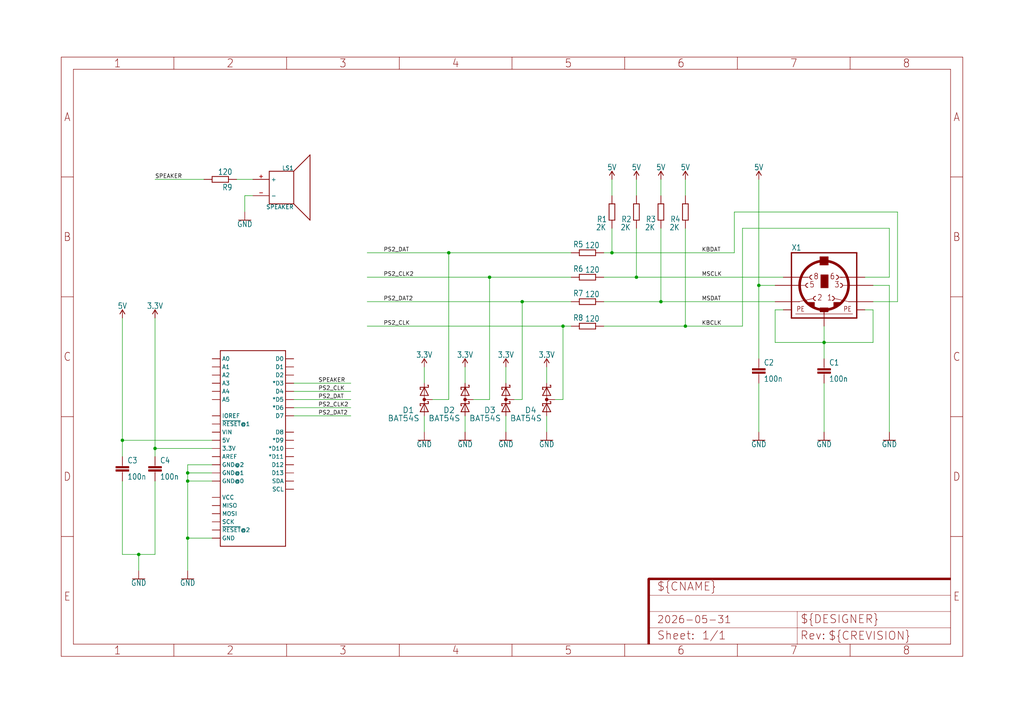
<source format=kicad_sch>
(kicad_sch (version 20230121) (generator eeschema)
  (paper "User" 318.77 224.942)
  (lib_symbols
    (symbol "HAN_DE10-Lite_PS2SpeakerShield_001-eagle-import:3.3V" (power)
      (property "Value" "3.3V" (at 0 2.794 0))
      (symbol "3.3V_1_0"
        (polyline (pts (xy 0 2.54) (xy -0.762 1.27)) (stroke (width 0.254)))
        (polyline (pts (xy 0.762 1.27) (xy 0 2.54)) (stroke (width 0.254)))
        (pin power_in line (at 0 0 90) (length 2.54) (name "3.3V") (number "1"))
      )
    )
    (symbol "HAN_DE10-Lite_PS2SpeakerShield_001-eagle-import:5V" (power)
      (property "Value" "5V" (at 0 2.794 0))
      (symbol "5V_1_0"
        (polyline (pts (xy 0 2.54) (xy -0.762 1.27)) (stroke (width 0.254)))
        (polyline (pts (xy 0.762 1.27) (xy 0 2.54)) (stroke (width 0.254)))
        (pin power_in line (at 0 0 90) (length 2.54) (name "5V") (number "1"))
      )
    )
    (symbol "HAN_DE10-Lite_PS2SpeakerShield_001-eagle-import:ARDUINO_UNO_R3_SHIELD_ICSP"
      (symbol "ARDUINO_UNO_R3_SHIELD_ICSP_1_0"
        (polyline (pts (xy -10.16 -30.48) (xy -10.16 30.48)) (stroke (width 0.254)))
        (polyline (pts (xy -10.16 30.48) (xy 10.16 30.48)) (stroke (width 0.254)))
        (polyline (pts (xy 10.16 -30.48) (xy -10.16 -30.48)) (stroke (width 0.254)))
        (polyline (pts (xy 10.16 30.48) (xy 10.16 -30.48)) (stroke (width 0.254)))
        (pin bidirectional line (at -12.7 0 0) (length 2.54) (name "3.3V") (number "3.3V"))
        (pin bidirectional line (at -12.7 2.54 0) (length 2.54) (name "5V") (number "5V"))
        (pin bidirectional line (at -12.7 -15.24 0) (length 2.54) (name "VCC") (number "5V_ICSP"))
        (pin bidirectional line (at -12.7 27.94 0) (length 2.54) (name "A0") (number "A0"))
        (pin bidirectional line (at -12.7 25.4 0) (length 2.54) (name "A1") (number "A1"))
        (pin bidirectional line (at -12.7 22.86 0) (length 2.54) (name "A2") (number "A2"))
        (pin bidirectional line (at -12.7 20.32 0) (length 2.54) (name "A3") (number "A3"))
        (pin bidirectional line (at -12.7 17.78 0) (length 2.54) (name "A4") (number "A4"))
        (pin bidirectional line (at -12.7 15.24 0) (length 2.54) (name "A5") (number "A5"))
        (pin bidirectional line (at -12.7 -2.54 0) (length 2.54) (name "AREF") (number "AREF"))
        (pin bidirectional line (at 12.7 0 180) (length 2.54) (name "*D10") (number "D10"))
        (pin bidirectional line (at 12.7 -2.54 180) (length 2.54) (name "*D11") (number "D11"))
        (pin bidirectional line (at 12.7 -5.08 180) (length 2.54) (name "D12") (number "D12"))
        (pin bidirectional line (at 12.7 -7.62 180) (length 2.54) (name "D13") (number "D13"))
        (pin bidirectional line (at 12.7 22.86 180) (length 2.54) (name "D2") (number "D2"))
        (pin bidirectional line (at 12.7 20.32 180) (length 2.54) (name "*D3") (number "D3"))
        (pin bidirectional line (at 12.7 17.78 180) (length 2.54) (name "D4") (number "D4"))
        (pin bidirectional line (at 12.7 15.24 180) (length 2.54) (name "*D5") (number "D5"))
        (pin bidirectional line (at 12.7 12.7 180) (length 2.54) (name "*D6") (number "D6"))
        (pin bidirectional line (at 12.7 10.16 180) (length 2.54) (name "D7") (number "D7"))
        (pin bidirectional line (at 12.7 5.08 180) (length 2.54) (name "D8") (number "D8"))
        (pin bidirectional line (at 12.7 2.54 180) (length 2.54) (name "*D9") (number "D9"))
        (pin bidirectional line (at -12.7 -10.16 0) (length 2.54) (name "GND@0") (number "GND@0"))
        (pin bidirectional line (at -12.7 -7.62 0) (length 2.54) (name "GND@1") (number "GND@1"))
        (pin bidirectional line (at -12.7 -5.08 0) (length 2.54) (name "GND@2") (number "GND@2"))
        (pin bidirectional line (at -12.7 -27.94 0) (length 2.54) (name "GND") (number "GND_ICSP"))
        (pin bidirectional line (at -12.7 10.16 0) (length 2.54) (name "IOREF") (number "IOREF"))
        (pin bidirectional line (at -12.7 -17.78 0) (length 2.54) (name "MISO") (number "MISO"))
        (pin bidirectional line (at -12.7 -20.32 0) (length 2.54) (name "MOSI") (number "MOSI"))
        (pin bidirectional line (at -12.7 7.62 0) (length 2.54) (name "~{RESET}@1") (number "RES"))
        (pin bidirectional line (at -12.7 -25.4 0) (length 2.54) (name "~{RESET}@2") (number "RST_ICSP"))
        (pin bidirectional line (at 12.7 27.94 180) (length 2.54) (name "D0") (number "RX"))
        (pin bidirectional line (at -12.7 -22.86 0) (length 2.54) (name "SCK") (number "SCK"))
        (pin bidirectional line (at 12.7 -12.7 180) (length 2.54) (name "SCL") (number "SCL"))
        (pin bidirectional line (at 12.7 -10.16 180) (length 2.54) (name "SDA") (number "SDA"))
        (pin bidirectional line (at 12.7 25.4 180) (length 2.54) (name "D1") (number "TX"))
        (pin bidirectional line (at -12.7 5.08 0) (length 2.54) (name "VIN") (number "VIN"))
      )
    )
    (symbol "HAN_DE10-Lite_PS2SpeakerShield_001-eagle-import:BAT54S"
      (property "Reference" "D" (at 0.762 2.0066 0))
      (symbol "BAT54S_1_0"
        (polyline (pts (xy -3.81 -1.27) (xy -1.27 0)) (stroke (width 0.254)))
        (polyline (pts (xy -3.81 1.27) (xy -3.81 -1.27)) (stroke (width 0.254)))
        (polyline (pts (xy -2.54 0) (xy -1.27 0)) (stroke (width 0.1524)))
        (polyline (pts (xy -1.905 -1.016) (xy -1.905 -1.27)) (stroke (width 0.254)))
        (polyline (pts (xy -1.27 -1.27) (xy -1.905 -1.27)) (stroke (width 0.254)))
        (polyline (pts (xy -1.27 0) (xy -3.81 1.27)) (stroke (width 0.254)))
        (polyline (pts (xy -1.27 0) (xy -1.27 -1.27)) (stroke (width 0.254)))
        (polyline (pts (xy -1.27 0) (xy 3.81 0)) (stroke (width 0.1524)))
        (polyline (pts (xy -1.27 1.27) (xy -1.27 0)) (stroke (width 0.254)))
        (polyline (pts (xy -0.635 1.016) (xy -0.635 1.27)) (stroke (width 0.254)))
        (polyline (pts (xy -0.635 1.27) (xy -1.27 1.27)) (stroke (width 0.254)))
        (polyline (pts (xy 1.27 -1.27) (xy 1.27 1.27)) (stroke (width 0.254)))
        (polyline (pts (xy 1.27 1.27) (xy 3.81 0)) (stroke (width 0.254)))
        (polyline (pts (xy 3.175 -1.27) (xy 3.81 -1.27)) (stroke (width 0.254)))
        (polyline (pts (xy 3.175 -1.016) (xy 3.175 -1.27)) (stroke (width 0.254)))
        (polyline (pts (xy 3.81 -1.27) (xy 3.81 0)) (stroke (width 0.254)))
        (polyline (pts (xy 3.81 0) (xy 1.27 -1.27)) (stroke (width 0.254)))
        (polyline (pts (xy 3.81 0) (xy 3.81 1.27)) (stroke (width 0.254)))
        (polyline (pts (xy 3.81 1.27) (xy 4.445 1.27)) (stroke (width 0.254)))
        (polyline (pts (xy 4.445 1.016) (xy 4.445 1.27)) (stroke (width 0.254)))
        (circle (center 0 0) (radius 0.127) (stroke (width 0.4064)))
        (pin passive line (at -5.08 0 0) (length 2.54) (name "A1") (number "1"))
        (pin passive line (at 5.08 0 180) (length 2.54) (name "K2") (number "2"))
        (pin passive line (at 0 2.54 270) (length 2.54) (name "K1A2") (number "3"))
      )
    )
    (symbol "HAN_DE10-Lite_PS2SpeakerShield_001-eagle-import:C-EUC1206"
      (property "Reference" "C" (at 1.524 0.381 0))
      (symbol "C-EUC1206_1_0"
        (rectangle (start -2.032 -2.032) (end 2.032 -1.524) (fill (type outline)))
        (rectangle (start -2.032 -1.016) (end 2.032 -0.508) (fill (type outline)))
        (polyline (pts (xy 0 -2.54) (xy 0 -2.032)) (stroke (width 0.1524)))
        (polyline (pts (xy 0 0) (xy 0 -0.508)) (stroke (width 0.1524)))
        (pin passive line (at 0 2.54 270) (length 2.54) (name "1") (number "1"))
        (pin passive line (at 0 -5.08 90) (length 2.54) (name "2") (number "2"))
      )
    )
    (symbol "HAN_DE10-Lite_PS2SpeakerShield_001-eagle-import:FRAME-A4L"
      (symbol "FRAME-A4L_1_0"
        (polyline (pts (xy -3.81 33.528) (xy 0 33.528)))
        (polyline (pts (xy -3.81 70.866) (xy 0 70.866)))
        (polyline (pts (xy -3.81 108.204) (xy 0 108.204)))
        (polyline (pts (xy -3.81 145.542) (xy 0 145.542)))
        (polyline (pts (xy 0 0) (xy 0 179.07)))
        (polyline (pts (xy 31.2738 -3.81) (xy 31.2738 0)))
        (polyline (pts (xy 31.2738 179.07) (xy 31.2738 182.88)))
        (polyline (pts (xy 66.3575 -3.81) (xy 66.3575 0)))
        (polyline (pts (xy 66.3575 179.07) (xy 66.3575 182.88)))
        (polyline (pts (xy 101.4413 -3.81) (xy 101.4413 0)))
        (polyline (pts (xy 101.4413 179.07) (xy 101.4413 182.88)))
        (polyline (pts (xy 136.525 -3.81) (xy 136.525 0)))
        (polyline (pts (xy 136.525 179.07) (xy 136.525 182.88)))
        (polyline (pts (xy 171.6088 -3.81) (xy 171.6088 0)))
        (polyline (pts (xy 171.6088 179.07) (xy 171.6088 182.88)))
        (polyline (pts (xy 179.07 10.16) (xy 225.29 10.16)) (stroke (width 0.1016)))
        (polyline (pts (xy 179.07 15.24) (xy 273.05 15.24)) (stroke (width 0.1016)))
        (polyline (pts (xy 179.07 19.05) (xy 179.07 20.32)) (stroke (width 0.6096)))
        (polyline (pts (xy 179.07 20.32) (xy 180.34 20.32)) (stroke (width 0.6096)))
        (polyline (pts (xy 206.6925 -3.81) (xy 206.6925 0)))
        (polyline (pts (xy 206.6925 179.07) (xy 206.6925 182.88)))
        (polyline (pts (xy 225.29 -0.1) (xy 225.29 5.08)) (stroke (width 0.1016)))
        (polyline (pts (xy 225.29 5.08) (xy 179.07 5.08)) (stroke (width 0.1016)))
        (polyline (pts (xy 225.29 5.08) (xy 225.29 10.16)) (stroke (width 0.1016)))
        (polyline (pts (xy 225.29 5.08) (xy 273.05 5.08)) (stroke (width 0.1016)))
        (polyline (pts (xy 225.29 10.16) (xy 273.05 10.16)) (stroke (width 0.1016)))
        (polyline (pts (xy 241.7763 -3.81) (xy 241.7763 0)))
        (polyline (pts (xy 241.7763 179.07) (xy 241.7763 182.88)))
        (polyline (pts (xy 273.05 0) (xy 0 0)))
        (polyline (pts (xy 273.05 0) (xy 273.05 179.07)))
        (polyline (pts (xy 273.05 33.528) (xy 276.86 33.528)))
        (polyline (pts (xy 273.05 70.866) (xy 276.86 70.866)))
        (polyline (pts (xy 273.05 108.204) (xy 276.86 108.204)))
        (polyline (pts (xy 273.05 145.542) (xy 276.86 145.542)))
        (polyline (pts (xy 273.05 179.07) (xy 0 179.07)))
        (polyline (pts (xy -3.81 -3.81) (xy 276.86 -3.81) (xy 276.86 182.88) (xy -3.81 182.88) (xy -3.81 -3.81)))
        (rectangle (start 178.7652 0) (end 179.3748 20.32) (fill (type outline)))
        (rectangle (start 179.07 20.6248) (end 273.05 20.0152) (fill (type outline)))
        (text "${#}/${##}" (at 195.58 1.27 0) (effects (font (size 2.54 2.54)) (justify left bottom)))
        (text "${CNAME}" (at 181.61 16.51 0) (effects (font (size 2.54 2.54)) (justify left bottom)))
        (text "${CREVISION}" (at 234.92 1.17 0) (effects (font (size 2.54 2.54)) (justify left bottom)))
        (text "${CURRENT_DATE}" (at 181.61 6.35 0) (effects (font (size 2.286 2.286)) (justify left bottom)))
        (text "${DESIGNER}" (at 226.26 6.35 0) (effects (font (size 2.54 2.54)) (justify left bottom)))
        (text "${PROJECTNAME}" (at 181.61 11.43 0) (effects (font (size 2.54 2.54)) (justify left bottom)))
        (text "1" (at 13.7319 -1.905 0) (effects (font (size 2.54 2.286))))
        (text "1" (at 13.7319 180.975 0) (effects (font (size 2.54 2.286))))
        (text "2" (at 48.8156 -1.905 0) (effects (font (size 2.54 2.286))))
        (text "2" (at 48.8156 180.975 0) (effects (font (size 2.54 2.286))))
        (text "3" (at 83.8994 -1.905 0) (effects (font (size 2.54 2.286))))
        (text "3" (at 83.8994 180.975 0) (effects (font (size 2.54 2.286))))
        (text "4" (at 118.9831 -1.905 0) (effects (font (size 2.54 2.286))))
        (text "4" (at 118.9831 180.975 0) (effects (font (size 2.54 2.286))))
        (text "5" (at 154.0669 -1.905 0) (effects (font (size 2.54 2.286))))
        (text "5" (at 154.0669 180.975 0) (effects (font (size 2.54 2.286))))
        (text "6" (at 189.1506 -1.905 0) (effects (font (size 2.54 2.286))))
        (text "6" (at 189.1506 180.975 0) (effects (font (size 2.54 2.286))))
        (text "7" (at 224.2344 -1.905 0) (effects (font (size 2.54 2.286))))
        (text "7" (at 224.2344 180.975 0) (effects (font (size 2.54 2.286))))
        (text "8" (at 259.3181 -1.905 0) (effects (font (size 2.54 2.286))))
        (text "8" (at 259.3181 180.975 0) (effects (font (size 2.54 2.286))))
        (text "A" (at -1.905 164.211 0) (effects (font (size 2.54 2.286))))
        (text "A" (at 274.955 164.211 0) (effects (font (size 2.54 2.286))))
        (text "B" (at -1.905 126.873 0) (effects (font (size 2.54 2.286))))
        (text "B" (at 274.955 126.873 0) (effects (font (size 2.54 2.286))))
        (text "C" (at -1.905 89.535 0) (effects (font (size 2.54 2.286))))
        (text "C" (at 274.955 89.535 0) (effects (font (size 2.54 2.286))))
        (text "D" (at -1.905 52.197 0) (effects (font (size 2.54 2.286))))
        (text "D" (at 274.955 52.197 0) (effects (font (size 2.54 2.286))))
        (text "E" (at -1.905 14.859 0) (effects (font (size 2.54 2.286))))
        (text "E" (at 274.955 14.859 0) (effects (font (size 2.54 2.286))))
        (text "Rev:" (at 226.16 1.27 0) (effects (font (size 2.54 2.54)) (justify left bottom)))
        (text "Sheet:" (at 181.61 1.27 0) (effects (font (size 2.54 2.54)) (justify left bottom)))
      )
    )
    (symbol "HAN_DE10-Lite_PS2SpeakerShield_001-eagle-import:GND" (power)
      (property "Value" "GND" (at 0 -0.254 0))
      (symbol "GND_1_0"
        (polyline (pts (xy -1.905 0) (xy 1.905 0)) (stroke (width 0.254)))
        (pin power_in line (at 0 2.54 270) (length 2.54) (name "GND") (number "1"))
      )
    )
    (symbol "HAN_DE10-Lite_PS2SpeakerShield_001-eagle-import:MINI_DIN_6"
      (property "Reference" "X" (at -10.16 13.335 0))
      (symbol "MINI_DIN_6_1_0"
        (arc (start -5.08 3.175) (mid -5.7123 2.54) (end -5.08 1.905) (stroke (width 0.254)))
        (arc (start -3.81 5.715) (mid -4.4423 5.08) (end -3.81 4.445) (stroke (width 0.254)))
        (arc (start -2.667 -0.889) (mid -3.2993 -1.524) (end -2.667 -2.159) (stroke (width 0.254)))
        (rectangle (start -1.27 -5.715) (end 1.27 -4.445) (fill (type outline)))
        (rectangle (start -1.27 8.89) (end 1.27 11.43) (fill (type outline)))
        (rectangle (start -1.016 1.778) (end 1.27 5.842) (fill (type outline)))
        (polyline (pts (xy -10.16 -7.62) (xy -10.16 12.7)) (stroke (width 0.4064)))
        (polyline (pts (xy -10.16 -7.62) (xy 10.16 -7.62)) (stroke (width 0.4064)))
        (polyline (pts (xy -8.89 -6.35) (xy 0 -6.35)) (stroke (width 0.1524)))
        (polyline (pts (xy -7.874 -2.54) (xy -3.302 -1.524)) (stroke (width 0.1524)))
        (polyline (pts (xy -7.62 2.54) (xy -5.715 2.54)) (stroke (width 0.1524)))
        (polyline (pts (xy -5.08 5.08) (xy -4.445 5.08)) (stroke (width 0.1524)))
        (polyline (pts (xy -1.27 8.89) (xy -1.27 11.43)) (stroke (width 0.1524)))
        (polyline (pts (xy -1.27 8.89) (xy 1.27 8.89)) (stroke (width 0.1524)))
        (polyline (pts (xy -1.27 11.43) (xy 1.27 11.43)) (stroke (width 0.1524)))
        (polyline (pts (xy 0 -6.35) (xy 0 -5.08)) (stroke (width 0.1524)))
        (polyline (pts (xy 0 -6.35) (xy 8.89 -6.35)) (stroke (width 0.1524)))
        (polyline (pts (xy 1.27 11.43) (xy 1.27 8.89)) (stroke (width 0.1524)))
        (polyline (pts (xy 3.175 -1.524) (xy 7.62 -2.54)) (stroke (width 0.1524)))
        (polyline (pts (xy 4.445 5.08) (xy 5.715 5.08)) (stroke (width 0.1524)))
        (polyline (pts (xy 5.715 2.54) (xy 7.62 2.54)) (stroke (width 0.1524)))
        (polyline (pts (xy 10.16 12.7) (xy -10.16 12.7)) (stroke (width 0.4064)))
        (polyline (pts (xy 10.16 12.7) (xy 10.16 -7.62)) (stroke (width 0.4064)))
        (polyline (pts (xy -3.048 -4.318) (xy -3.048 -2.794) (xy -5.588 -2.794)) (stroke (width 0.254)) (fill (type outline)))
        (polyline (pts (xy 3.048 -4.318) (xy 3.048 -2.794) (xy 5.588 -2.794)) (stroke (width 0.254)) (fill (type outline)))
        (circle (center 0 2.54) (radius 7.62) (stroke (width 0.8128)))
        (arc (start 2.54 -2.159) (mid 3.1723 -1.524) (end 2.54 -0.889) (stroke (width 0.254)))
        (arc (start 3.81 4.445) (mid 4.4423 5.08) (end 3.81 5.715) (stroke (width 0.254)))
        (arc (start 5.08 1.905) (mid 5.7123 2.54) (end 5.08 3.175) (stroke (width 0.254)))
        (text "1" (at 0.889 -2.286 0) (effects (font (size 1.778 1.5113)) (justify left bottom)))
        (text "2" (at -2.159 -2.286 0) (effects (font (size 1.778 1.5113)) (justify left bottom)))
        (text "3" (at 3.175 1.778 0) (effects (font (size 1.778 1.5113)) (justify left bottom)))
        (text "5" (at -4.572 1.778 0) (effects (font (size 1.778 1.5113)) (justify left bottom)))
        (text "6" (at 1.778 4.318 0) (effects (font (size 1.778 1.5113)) (justify left bottom)))
        (text "8" (at -3.302 4.318 0) (effects (font (size 1.778 1.5113)) (justify left bottom)))
        (text "PE" (at -8.636 -5.715 0) (effects (font (size 1.524 1.2954)) (justify left bottom)))
        (text "PE" (at 5.969 -5.715 0) (effects (font (size 1.524 1.2954)) (justify left bottom)))
        (pin passive line (at 15.24 -2.54 180) (length 7.62) (name "1") (number "1"))
        (pin passive line (at -15.24 -2.54 0) (length 7.62) (name "2") (number "2"))
        (pin passive line (at 15.24 2.54 180) (length 7.62) (name "3") (number "3"))
        (pin passive line (at -15.24 2.54 0) (length 7.62) (name "5") (number "5"))
        (pin passive line (at 12.7 5.08 180) (length 7.62) (name "6") (number "6"))
        (pin passive line (at -12.7 5.08 0) (length 7.62) (name "8") (number "8"))
        (pin power_in line (at 12.7 -5.08 180) (length 2.54) (name "PE1") (number "SH1"))
        (pin power_in line (at 0 -10.16 90) (length 5.08) (name "PE2") (number "SH2"))
        (pin power_in line (at -12.7 -5.08 0) (length 2.54) (name "PE3") (number "SH3"))
      )
    )
    (symbol "HAN_DE10-Lite_PS2SpeakerShield_001-eagle-import:R-EU_M1206"
      (property "Reference" "R" (at -3.81 1.4986 0))
      (symbol "R-EU_M1206_1_0"
        (polyline (pts (xy -2.54 -0.889) (xy -2.54 0.889)) (stroke (width 0.254)))
        (polyline (pts (xy -2.54 -0.889) (xy 2.54 -0.889)) (stroke (width 0.254)))
        (polyline (pts (xy 2.54 -0.889) (xy 2.54 0.889)) (stroke (width 0.254)))
        (polyline (pts (xy 2.54 0.889) (xy -2.54 0.889)) (stroke (width 0.254)))
        (pin passive line (at -5.08 0 0) (length 2.54) (name "1") (number "1"))
        (pin passive line (at 5.08 0 180) (length 2.54) (name "2") (number "2"))
      )
    )
    (symbol "HAN_DE10-Lite_PS2SpeakerShield_001-eagle-import:SPEAKER"
      (property "Reference" "LS" (at 2.54 5.334 0))
      (symbol "SPEAKER_1_0"
        (polyline (pts (xy -5.08 -5.08) (xy 2.54 -5.08)) (stroke (width 0.254)))
        (polyline (pts (xy -5.08 5.08) (xy -5.08 -5.08)) (stroke (width 0.254)))
        (polyline (pts (xy 2.54 -5.08) (xy 2.54 5.08)) (stroke (width 0.254)))
        (polyline (pts (xy 2.54 5.08) (xy -5.08 5.08)) (stroke (width 0.254)))
        (polyline (pts (xy 2.54 5.08) (xy 7.62 10.16)) (stroke (width 0.254)))
        (polyline (pts (xy 7.62 -10.16) (xy 2.54 -5.08)) (stroke (width 0.254)))
        (polyline (pts (xy 7.62 10.16) (xy 7.62 -10.16)) (stroke (width 0.254)))
        (pin bidirectional line (at -10.16 2.54 0) (length 5.08) (name "+") (number "+"))
        (pin bidirectional line (at -10.16 -2.54 0) (length 5.08) (name "-") (number "-"))
      )
    )
  )
  (junction (at 236.22 88.9))
  (junction (at 58.42 149.86))
  (junction (at 256.54 106.68))
  (junction (at 213.36 101.6))
  (junction (at 43.18 172.72))
  (junction (at 48.26 139.7))
  (junction (at 38.1 137.16))
  (junction (at 190.5 78.74))
  (junction (at 58.42 147.32))
  (junction (at 205.74 93.98))
  (junction (at 58.42 167.64))
  (junction (at 152.4 86.36))
  (junction (at 139.7 78.74))
  (junction (at 162.56 93.98))
  (junction (at 198.12 86.36))
  (junction (at 175.26 101.6))
  (wire (pts (xy 172.72 124.46) (xy 175.26 124.46)) (stroke (width 0.1524)))
  (wire (pts (xy 38.1 172.72) (xy 43.18 172.72)) (stroke (width 0.1524)))
  (wire (pts (xy 271.78 96.52) (xy 271.78 106.68)) (stroke (width 0.1524)))
  (wire (pts (xy 243.84 86.36) (xy 198.12 86.36)) (stroke (width 0.1524)))
  (wire (pts (xy 279.4 93.98) (xy 279.4 66.04)) (stroke (width 0.1524)))
  (wire (pts (xy 205.74 55.88) (xy 205.74 60.96)) (stroke (width 0.1524)))
  (wire (pts (xy 48.26 55.88) (xy 63.5 55.88)) (stroke (width 0.1524)))
  (wire (pts (xy 162.56 93.98) (xy 114.3 93.98)) (stroke (width 0.1524)))
  (wire (pts (xy 152.4 124.46) (xy 152.4 86.36)) (stroke (width 0.1524)))
  (wire (pts (xy 43.18 172.72) (xy 43.18 177.8)) (stroke (width 0.1524)))
  (wire (pts (xy 241.3 96.52) (xy 241.3 106.68)) (stroke (width 0.1524)))
  (wire (pts (xy 73.66 55.88) (xy 78.74 55.88)) (stroke (width 0.1524)))
  (wire (pts (xy 38.1 99.06) (xy 38.1 137.16)) (stroke (width 0.1524)))
  (wire (pts (xy 205.74 93.98) (xy 205.74 71.12)) (stroke (width 0.1524)))
  (wire (pts (xy 170.18 129.54) (xy 170.18 134.62)) (stroke (width 0.1524)))
  (wire (pts (xy 241.3 88.9) (xy 236.22 88.9)) (stroke (width 0.1524)))
  (wire (pts (xy 58.42 149.86) (xy 58.42 147.32)) (stroke (width 0.1524)))
  (wire (pts (xy 162.56 93.98) (xy 177.8 93.98)) (stroke (width 0.1524)))
  (wire (pts (xy 91.44 119.38) (xy 109.22 119.38)) (stroke (width 0.1524)))
  (wire (pts (xy 241.3 106.68) (xy 256.54 106.68)) (stroke (width 0.1524)))
  (wire (pts (xy 213.36 101.6) (xy 213.36 71.12)) (stroke (width 0.1524)))
  (wire (pts (xy 43.18 172.72) (xy 48.26 172.72)) (stroke (width 0.1524)))
  (wire (pts (xy 213.36 55.88) (xy 213.36 60.96)) (stroke (width 0.1524)))
  (wire (pts (xy 271.78 88.9) (xy 276.86 88.9)) (stroke (width 0.1524)))
  (wire (pts (xy 256.54 106.68) (xy 256.54 111.76)) (stroke (width 0.1524)))
  (wire (pts (xy 144.78 129.54) (xy 144.78 134.62)) (stroke (width 0.1524)))
  (wire (pts (xy 58.42 144.78) (xy 58.42 147.32)) (stroke (width 0.1524)))
  (wire (pts (xy 187.96 93.98) (xy 205.74 93.98)) (stroke (width 0.1524)))
  (wire (pts (xy 48.26 99.06) (xy 48.26 139.7)) (stroke (width 0.1524)))
  (wire (pts (xy 243.84 96.52) (xy 241.3 96.52)) (stroke (width 0.1524)))
  (wire (pts (xy 198.12 86.36) (xy 198.12 71.12)) (stroke (width 0.1524)))
  (wire (pts (xy 66.04 149.86) (xy 58.42 149.86)) (stroke (width 0.1524)))
  (wire (pts (xy 162.56 124.46) (xy 162.56 93.98)) (stroke (width 0.1524)))
  (wire (pts (xy 66.04 147.32) (xy 58.42 147.32)) (stroke (width 0.1524)))
  (wire (pts (xy 205.74 93.98) (xy 241.3 93.98)) (stroke (width 0.1524)))
  (wire (pts (xy 139.7 78.74) (xy 114.3 78.74)) (stroke (width 0.1524)))
  (wire (pts (xy 187.96 78.74) (xy 190.5 78.74)) (stroke (width 0.1524)))
  (wire (pts (xy 276.86 88.9) (xy 276.86 134.62)) (stroke (width 0.1524)))
  (wire (pts (xy 276.86 71.12) (xy 231.14 71.12)) (stroke (width 0.1524)))
  (wire (pts (xy 132.08 129.54) (xy 132.08 134.62)) (stroke (width 0.1524)))
  (wire (pts (xy 228.6 78.74) (xy 190.5 78.74)) (stroke (width 0.1524)))
  (wire (pts (xy 76.2 60.96) (xy 76.2 66.04)) (stroke (width 0.1524)))
  (wire (pts (xy 269.24 96.52) (xy 271.78 96.52)) (stroke (width 0.1524)))
  (wire (pts (xy 236.22 55.88) (xy 236.22 88.9)) (stroke (width 0.1524)))
  (wire (pts (xy 132.08 119.38) (xy 132.08 114.3)) (stroke (width 0.1524)))
  (wire (pts (xy 236.22 119.38) (xy 236.22 134.62)) (stroke (width 0.1524)))
  (wire (pts (xy 187.96 101.6) (xy 213.36 101.6)) (stroke (width 0.1524)))
  (wire (pts (xy 91.44 129.54) (xy 109.22 129.54)) (stroke (width 0.1524)))
  (wire (pts (xy 134.62 124.46) (xy 139.7 124.46)) (stroke (width 0.1524)))
  (wire (pts (xy 91.44 121.92) (xy 109.22 121.92)) (stroke (width 0.1524)))
  (wire (pts (xy 91.44 127) (xy 109.22 127)) (stroke (width 0.1524)))
  (wire (pts (xy 198.12 55.88) (xy 198.12 60.96)) (stroke (width 0.1524)))
  (wire (pts (xy 276.86 86.36) (xy 276.86 71.12)) (stroke (width 0.1524)))
  (wire (pts (xy 175.26 124.46) (xy 175.26 101.6)) (stroke (width 0.1524)))
  (wire (pts (xy 269.24 86.36) (xy 276.86 86.36)) (stroke (width 0.1524)))
  (wire (pts (xy 231.14 101.6) (xy 213.36 101.6)) (stroke (width 0.1524)))
  (wire (pts (xy 147.32 124.46) (xy 152.4 124.46)) (stroke (width 0.1524)))
  (wire (pts (xy 66.04 167.64) (xy 58.42 167.64)) (stroke (width 0.1524)))
  (wire (pts (xy 279.4 66.04) (xy 228.6 66.04)) (stroke (width 0.1524)))
  (wire (pts (xy 139.7 124.46) (xy 139.7 78.74)) (stroke (width 0.1524)))
  (wire (pts (xy 175.26 101.6) (xy 114.3 101.6)) (stroke (width 0.1524)))
  (wire (pts (xy 190.5 78.74) (xy 190.5 71.12)) (stroke (width 0.1524)))
  (wire (pts (xy 91.44 124.46) (xy 109.22 124.46)) (stroke (width 0.1524)))
  (wire (pts (xy 58.42 177.8) (xy 58.42 167.64)) (stroke (width 0.1524)))
  (wire (pts (xy 66.04 139.7) (xy 48.26 139.7)) (stroke (width 0.1524)))
  (wire (pts (xy 66.04 144.78) (xy 58.42 144.78)) (stroke (width 0.1524)))
  (wire (pts (xy 190.5 55.88) (xy 190.5 60.96)) (stroke (width 0.1524)))
  (wire (pts (xy 175.26 101.6) (xy 177.8 101.6)) (stroke (width 0.1524)))
  (wire (pts (xy 157.48 114.3) (xy 157.48 119.38)) (stroke (width 0.1524)))
  (wire (pts (xy 170.18 114.3) (xy 170.18 119.38)) (stroke (width 0.1524)))
  (wire (pts (xy 152.4 86.36) (xy 177.8 86.36)) (stroke (width 0.1524)))
  (wire (pts (xy 139.7 78.74) (xy 177.8 78.74)) (stroke (width 0.1524)))
  (wire (pts (xy 78.74 60.96) (xy 76.2 60.96)) (stroke (width 0.1524)))
  (wire (pts (xy 48.26 139.7) (xy 48.26 142.24)) (stroke (width 0.1524)))
  (wire (pts (xy 48.26 172.72) (xy 48.26 149.86)) (stroke (width 0.1524)))
  (wire (pts (xy 38.1 149.86) (xy 38.1 172.72)) (stroke (width 0.1524)))
  (wire (pts (xy 58.42 167.64) (xy 58.42 149.86)) (stroke (width 0.1524)))
  (wire (pts (xy 236.22 88.9) (xy 236.22 111.76)) (stroke (width 0.1524)))
  (wire (pts (xy 271.78 93.98) (xy 279.4 93.98)) (stroke (width 0.1524)))
  (wire (pts (xy 228.6 66.04) (xy 228.6 78.74)) (stroke (width 0.1524)))
  (wire (pts (xy 160.02 124.46) (xy 162.56 124.46)) (stroke (width 0.1524)))
  (wire (pts (xy 231.14 71.12) (xy 231.14 101.6)) (stroke (width 0.1524)))
  (wire (pts (xy 157.48 129.54) (xy 157.48 134.62)) (stroke (width 0.1524)))
  (wire (pts (xy 256.54 106.68) (xy 256.54 101.6)) (stroke (width 0.1524)))
  (wire (pts (xy 187.96 86.36) (xy 198.12 86.36)) (stroke (width 0.1524)))
  (wire (pts (xy 256.54 119.38) (xy 256.54 134.62)) (stroke (width 0.1524)))
  (wire (pts (xy 38.1 137.16) (xy 38.1 142.24)) (stroke (width 0.1524)))
  (wire (pts (xy 66.04 137.16) (xy 38.1 137.16)) (stroke (width 0.1524)))
  (wire (pts (xy 152.4 86.36) (xy 114.3 86.36)) (stroke (width 0.1524)))
  (wire (pts (xy 144.78 114.3) (xy 144.78 119.38)) (stroke (width 0.1524)))
  (wire (pts (xy 271.78 106.68) (xy 256.54 106.68)) (stroke (width 0.1524)))
  (label "PS2_DAT" (at 119.38 78.74 0) (effects (font (size 1.2446 1.2446))))
  (label "PS2_CLK2" (at 99.06 127 0) (effects (font (size 1.2446 1.2446))))
  (label "MSDAT" (at 218.44 93.98 0) (effects (font (size 1.2446 1.2446))))
  (label "PS2_CLK2" (at 119.38 86.36 0) (effects (font (size 1.2446 1.2446))))
  (label "MSCLK" (at 218.44 86.36 0) (effects (font (size 1.2446 1.2446))))
  (label "SPEAKER" (at 99.06 119.38 0) (effects (font (size 1.2446 1.2446))))
  (label "KBCLK" (at 218.44 101.6 0) (effects (font (size 1.2446 1.2446))))
  (label "PS2_DAT" (at 99.06 124.46 0) (effects (font (size 1.2446 1.2446))))
  (label "PS2_DAT2" (at 119.38 93.98 0) (effects (font (size 1.2446 1.2446))))
  (label "PS2_DAT2" (at 99.06 129.54 0) (effects (font (size 1.2446 1.2446))))
  (label "KBDAT" (at 218.44 78.74 0) (effects (font (size 1.2446 1.2446))))
  (label "PS2_CLK" (at 99.06 121.92 0) (effects (font (size 1.2446 1.2446))))
  (label "SPEAKER" (at 48.26 55.88 0) (effects (font (size 1.2446 1.2446))))
  (label "PS2_CLK" (at 119.38 101.6 0) (effects (font (size 1.2446 1.2446))))
  (symbol (lib_id "HAN_DE10-Lite_PS2SpeakerShield_001-eagle-import:3.3V") (at 132.08 114.3 0) (unit 1)
    (property "Reference" "#SUPPLY5" (effects hide))
    (property "Value" "3.3V" (at 132.08 111.506 0) (effects (font (size 1.778 1.5113)) (justify bottom)))
  )
  (symbol (lib_id "HAN_DE10-Lite_PS2SpeakerShield_001-eagle-import:R-EU_M1206") (at 182.88 78.74 180) (unit 1)
    (property "Reference" "R5" (at 181.61 75.1586 0) (effects (font (size 1.778 1.5113)) (justify left bottom)))
    (property "Value" "120" (at 186.69 75.438 0) (effects (font (size 1.778 1.5113)) (justify left bottom)))
    (property "Footprint" "HAN_DE10-Lite_PS2SpeakerShield_001:M1206" (effects hide))
  )
  (symbol (lib_id "HAN_DE10-Lite_PS2SpeakerShield_001-eagle-import:BAT54S") (at 132.08 124.46 270) (mirror x) (unit 1)
    (property "Reference" "D1" (at 129.0066 128.778 90) (effects (font (size 1.778 1.778)) (justify right top)))
    (property "Value" "BAT54S" (at 130.6576 131.318 90) (effects (font (size 1.778 1.778)) (justify right top)))
    (property "Footprint" "HAN_DE10-Lite_PS2SpeakerShield_001:SOT23" (effects hide))
  )
  (symbol (lib_id "HAN_DE10-Lite_PS2SpeakerShield_001-eagle-import:GND") (at 76.2 68.58 0) (unit 1)
    (property "Reference" "#GND10" (effects hide))
    (property "Value" "GND" (at 76.2 68.834 0) (effects (font (size 1.778 1.5113)) (justify top)))
  )
  (symbol (lib_id "HAN_DE10-Lite_PS2SpeakerShield_001-eagle-import:5V") (at 205.74 55.88 0) (unit 1)
    (property "Reference" "#SUPPLY2" (effects hide))
    (property "Value" "5V" (at 205.74 53.086 0) (effects (font (size 1.778 1.5113)) (justify bottom)))
  )
  (symbol (lib_id "HAN_DE10-Lite_PS2SpeakerShield_001-eagle-import:5V") (at 213.36 55.88 0) (unit 1)
    (property "Reference" "#SUPPLY1" (effects hide))
    (property "Value" "5V" (at 213.36 53.086 0) (effects (font (size 1.778 1.5113)) (justify bottom)))
  )
  (symbol (lib_id "HAN_DE10-Lite_PS2SpeakerShield_001-eagle-import:C-EUC1206") (at 256.54 114.3 0) (unit 1)
    (property "Reference" "C1" (at 258.064 113.919 0) (effects (font (size 1.778 1.5113)) (justify left bottom)))
    (property "Value" "100n" (at 258.064 118.999 0) (effects (font (size 1.778 1.5113)) (justify left bottom)))
    (property "Footprint" "HAN_DE10-Lite_PS2SpeakerShield_001:C1206" (effects hide))
  )
  (symbol (lib_id "HAN_DE10-Lite_PS2SpeakerShield_001-eagle-import:5V") (at 190.5 55.88 0) (unit 1)
    (property "Reference" "#SUPPLY4" (effects hide))
    (property "Value" "5V" (at 190.5 53.086 0) (effects (font (size 1.778 1.5113)) (justify bottom)))
  )
  (symbol (lib_id "HAN_DE10-Lite_PS2SpeakerShield_001-eagle-import:GND") (at 58.42 180.34 0) (unit 1)
    (property "Reference" "#GND9" (effects hide))
    (property "Value" "GND" (at 58.42 180.594 0) (effects (font (size 1.778 1.5113)) (justify top)))
  )
  (symbol (lib_id "HAN_DE10-Lite_PS2SpeakerShield_001-eagle-import:3.3V") (at 48.26 99.06 0) (unit 1)
    (property "Reference" "#SUPPLY11" (effects hide))
    (property "Value" "3.3V" (at 48.26 96.266 0) (effects (font (size 1.778 1.5113)) (justify bottom)))
  )
  (symbol (lib_id "HAN_DE10-Lite_PS2SpeakerShield_001-eagle-import:GND") (at 43.18 180.34 0) (unit 1)
    (property "Reference" "#GND8" (effects hide))
    (property "Value" "GND" (at 43.18 180.594 0) (effects (font (size 1.778 1.5113)) (justify top)))
  )
  (symbol (lib_id "HAN_DE10-Lite_PS2SpeakerShield_001-eagle-import:MINI_DIN_6") (at 256.54 91.44 0) (unit 1)
    (property "Reference" "X1" (at 246.38 78.105 0) (effects (font (size 1.778 1.5113)) (justify left bottom)))
    (property "Value" "MINI_DIN_6" (effects hide))
    (property "Footprint" "HAN_DE10-Lite_PS2SpeakerShield_001:M_DIN6" (effects hide))
  )
  (symbol (lib_id "HAN_DE10-Lite_PS2SpeakerShield_001-eagle-import:3.3V") (at 144.78 114.3 0) (unit 1)
    (property "Reference" "#SUPPLY6" (effects hide))
    (property "Value" "3.3V" (at 144.78 111.506 0) (effects (font (size 1.778 1.5113)) (justify bottom)))
  )
  (symbol (lib_id "HAN_DE10-Lite_PS2SpeakerShield_001-eagle-import:R-EU_M1206") (at 213.36 66.04 90) (unit 1)
    (property "Reference" "R4" (at 211.8614 67.31 90) (effects (font (size 1.778 1.5113)) (justify left bottom)))
    (property "Value" "2K" (at 211.582 69.85 90) (effects (font (size 1.778 1.5113)) (justify left bottom)))
    (property "Footprint" "HAN_DE10-Lite_PS2SpeakerShield_001:M1206" (effects hide))
  )
  (symbol (lib_id "HAN_DE10-Lite_PS2SpeakerShield_001-eagle-import:5V") (at 38.1 99.06 0) (unit 1)
    (property "Reference" "#SUPPLY10" (effects hide))
    (property "Value" "5V" (at 38.1 96.266 0) (effects (font (size 1.778 1.5113)) (justify bottom)))
  )
  (symbol (lib_id "HAN_DE10-Lite_PS2SpeakerShield_001-eagle-import:BAT54S") (at 144.78 124.46 270) (mirror x) (unit 1)
    (property "Reference" "D2" (at 141.7066 128.778 90) (effects (font (size 1.778 1.778)) (justify right top)))
    (property "Value" "BAT54S" (at 143.3576 131.318 90) (effects (font (size 1.778 1.778)) (justify right top)))
    (property "Footprint" "HAN_DE10-Lite_PS2SpeakerShield_001:SOT23" (effects hide))
  )
  (symbol (lib_id "HAN_DE10-Lite_PS2SpeakerShield_001-eagle-import:GND") (at 157.48 137.16 0) (unit 1)
    (property "Reference" "#GND3" (effects hide))
    (property "Value" "GND" (at 157.48 137.414 0) (effects (font (size 1.778 1.5113)) (justify top)))
  )
  (symbol (lib_id "HAN_DE10-Lite_PS2SpeakerShield_001-eagle-import:R-EU_M1206") (at 68.58 55.88 180) (unit 1)
    (property "Reference" "R9" (at 72.39 57.3786 0) (effects (font (size 1.778 1.5113)) (justify left bottom)))
    (property "Value" "120" (at 72.39 52.578 0) (effects (font (size 1.778 1.5113)) (justify left bottom)))
    (property "Footprint" "HAN_DE10-Lite_PS2SpeakerShield_001:M1206" (effects hide))
  )
  (symbol (lib_id "HAN_DE10-Lite_PS2SpeakerShield_001-eagle-import:FRAME-A4L") (at 22.86 200.66 0) (unit 1)
    (property "Reference" "#FRAME1" (effects hide))
    (property "Value" "FRAME-A4L" (effects hide))
  )
  (symbol (lib_id "HAN_DE10-Lite_PS2SpeakerShield_001-eagle-import:C-EUC1206") (at 48.26 144.78 0) (unit 1)
    (property "Reference" "C4" (at 49.784 144.399 0) (effects (font (size 1.778 1.5113)) (justify left bottom)))
    (property "Value" "100n" (at 49.784 149.479 0) (effects (font (size 1.778 1.5113)) (justify left bottom)))
    (property "Footprint" "HAN_DE10-Lite_PS2SpeakerShield_001:C1206" (effects hide))
  )
  (symbol (lib_id "HAN_DE10-Lite_PS2SpeakerShield_001-eagle-import:C-EUC1206") (at 38.1 144.78 0) (unit 1)
    (property "Reference" "C3" (at 39.624 144.399 0) (effects (font (size 1.778 1.5113)) (justify left bottom)))
    (property "Value" "100n" (at 39.624 149.479 0) (effects (font (size 1.778 1.5113)) (justify left bottom)))
    (property "Footprint" "HAN_DE10-Lite_PS2SpeakerShield_001:C1206" (effects hide))
  )
  (symbol (lib_id "HAN_DE10-Lite_PS2SpeakerShield_001-eagle-import:BAT54S") (at 170.18 124.46 270) (mirror x) (unit 1)
    (property "Reference" "D4" (at 167.1066 128.778 90) (effects (font (size 1.778 1.778)) (justify right top)))
    (property "Value" "BAT54S" (at 168.7576 131.318 90) (effects (font (size 1.778 1.778)) (justify right top)))
    (property "Footprint" "HAN_DE10-Lite_PS2SpeakerShield_001:SOT23" (effects hide))
  )
  (symbol (lib_id "HAN_DE10-Lite_PS2SpeakerShield_001-eagle-import:R-EU_M1206") (at 182.88 101.6 180) (unit 1)
    (property "Reference" "R8" (at 181.61 98.0186 0) (effects (font (size 1.778 1.5113)) (justify left bottom)))
    (property "Value" "120" (at 186.69 98.298 0) (effects (font (size 1.778 1.5113)) (justify left bottom)))
    (property "Footprint" "HAN_DE10-Lite_PS2SpeakerShield_001:M1206" (effects hide))
  )
  (symbol (lib_id "HAN_DE10-Lite_PS2SpeakerShield_001-eagle-import:R-EU_M1206") (at 190.5 66.04 90) (unit 1)
    (property "Reference" "R1" (at 189.0014 67.31 90) (effects (font (size 1.778 1.5113)) (justify left bottom)))
    (property "Value" "2K" (at 188.722 69.85 90) (effects (font (size 1.778 1.5113)) (justify left bottom)))
    (property "Footprint" "HAN_DE10-Lite_PS2SpeakerShield_001:M1206" (effects hide))
  )
  (symbol (lib_id "HAN_DE10-Lite_PS2SpeakerShield_001-eagle-import:R-EU_M1206") (at 198.12 66.04 90) (unit 1)
    (property "Reference" "R2" (at 196.6214 67.31 90) (effects (font (size 1.778 1.5113)) (justify left bottom)))
    (property "Value" "2K" (at 196.342 69.85 90) (effects (font (size 1.778 1.5113)) (justify left bottom)))
    (property "Footprint" "HAN_DE10-Lite_PS2SpeakerShield_001:M1206" (effects hide))
  )
  (symbol (lib_id "HAN_DE10-Lite_PS2SpeakerShield_001-eagle-import:GND") (at 170.18 137.16 0) (unit 1)
    (property "Reference" "#GND4" (effects hide))
    (property "Value" "GND" (at 170.18 137.414 0) (effects (font (size 1.778 1.5113)) (justify top)))
  )
  (symbol (lib_id "HAN_DE10-Lite_PS2SpeakerShield_001-eagle-import:BAT54S") (at 157.48 124.46 270) (mirror x) (unit 1)
    (property "Reference" "D3" (at 154.4066 128.778 90) (effects (font (size 1.778 1.778)) (justify right top)))
    (property "Value" "BAT54S" (at 156.0576 131.318 90) (effects (font (size 1.778 1.778)) (justify right top)))
    (property "Footprint" "HAN_DE10-Lite_PS2SpeakerShield_001:SOT23" (effects hide))
  )
  (symbol (lib_id "HAN_DE10-Lite_PS2SpeakerShield_001-eagle-import:GND") (at 132.08 137.16 0) (unit 1)
    (property "Reference" "#GND1" (effects hide))
    (property "Value" "GND" (at 132.08 137.414 0) (effects (font (size 1.778 1.5113)) (justify top)))
  )
  (symbol (lib_id "HAN_DE10-Lite_PS2SpeakerShield_001-eagle-import:C-EUC1206") (at 236.22 114.3 0) (unit 1)
    (property "Reference" "C2" (at 237.744 113.919 0) (effects (font (size 1.778 1.5113)) (justify left bottom)))
    (property "Value" "100n" (at 237.744 118.999 0) (effects (font (size 1.778 1.5113)) (justify left bottom)))
    (property "Footprint" "HAN_DE10-Lite_PS2SpeakerShield_001:C1206" (effects hide))
  )
  (symbol (lib_id "HAN_DE10-Lite_PS2SpeakerShield_001-eagle-import:5V") (at 236.22 55.88 0) (unit 1)
    (property "Reference" "#SUPPLY9" (effects hide))
    (property "Value" "5V" (at 236.22 53.086 0) (effects (font (size 1.778 1.5113)) (justify bottom)))
  )
  (symbol (lib_id "HAN_DE10-Lite_PS2SpeakerShield_001-eagle-import:3.3V") (at 157.48 114.3 0) (unit 1)
    (property "Reference" "#SUPPLY7" (effects hide))
    (property "Value" "3.3V" (at 157.48 111.506 0) (effects (font (size 1.778 1.5113)) (justify bottom)))
  )
  (symbol (lib_id "HAN_DE10-Lite_PS2SpeakerShield_001-eagle-import:3.3V") (at 170.18 114.3 0) (unit 1)
    (property "Reference" "#SUPPLY8" (effects hide))
    (property "Value" "3.3V" (at 170.18 111.506 0) (effects (font (size 1.778 1.5113)) (justify bottom)))
  )
  (symbol (lib_id "HAN_DE10-Lite_PS2SpeakerShield_001-eagle-import:ARDUINO_UNO_R3_SHIELD_ICSP") (at 78.74 139.7 0) (unit 1)
    (property "Reference" "B1" (effects hide))
    (property "Value" "ARDUINO_UNO_R3_SHIELD_ICSP" (effects hide))
    (property "Footprint" "HAN_DE10-Lite_PS2SpeakerShield_001:UNO_R3_SHIELD_ICSP" (effects hide))
  )
  (symbol (lib_id "HAN_DE10-Lite_PS2SpeakerShield_001-eagle-import:R-EU_M1206") (at 182.88 86.36 180) (unit 1)
    (property "Reference" "R6" (at 181.61 82.7786 0) (effects (font (size 1.778 1.5113)) (justify left bottom)))
    (property "Value" "120" (at 186.69 83.058 0) (effects (font (size 1.778 1.5113)) (justify left bottom)))
    (property "Footprint" "HAN_DE10-Lite_PS2SpeakerShield_001:M1206" (effects hide))
  )
  (symbol (lib_id "HAN_DE10-Lite_PS2SpeakerShield_001-eagle-import:GND") (at 276.86 137.16 0) (unit 1)
    (property "Reference" "#GND6" (effects hide))
    (property "Value" "GND" (at 276.86 137.414 0) (effects (font (size 1.778 1.5113)) (justify top)))
  )
  (symbol (lib_id "HAN_DE10-Lite_PS2SpeakerShield_001-eagle-import:R-EU_M1206") (at 205.74 66.04 90) (unit 1)
    (property "Reference" "R3" (at 204.2414 67.31 90) (effects (font (size 1.778 1.5113)) (justify left bottom)))
    (property "Value" "2K" (at 203.962 69.85 90) (effects (font (size 1.778 1.5113)) (justify left bottom)))
    (property "Footprint" "HAN_DE10-Lite_PS2SpeakerShield_001:M1206" (effects hide))
  )
  (symbol (lib_id "HAN_DE10-Lite_PS2SpeakerShield_001-eagle-import:GND") (at 144.78 137.16 0) (unit 1)
    (property "Reference" "#GND2" (effects hide))
    (property "Value" "GND" (at 144.78 137.414 0) (effects (font (size 1.778 1.5113)) (justify top)))
  )
  (symbol (lib_id "HAN_DE10-Lite_PS2SpeakerShield_001-eagle-import:SPEAKER") (at 88.9 58.42 0) (unit 1)
    (property "Reference" "LS1" (at 91.44 53.086 0) (effects (justify right bottom)))
    (property "Value" "SPEAKER" (at 91.44 63.754 0) (effects (justify right top)))
    (property "Footprint" "HAN_DE10-Lite_PS2SpeakerShield_001:PCB_MOUNT_SPEAKER" (effects hide))
  )
  (symbol (lib_id "HAN_DE10-Lite_PS2SpeakerShield_001-eagle-import:GND") (at 236.22 137.16 0) (unit 1)
    (property "Reference" "#GND5" (effects hide))
    (property "Value" "GND" (at 236.22 137.414 0) (effects (font (size 1.778 1.5113)) (justify top)))
  )
  (symbol (lib_id "HAN_DE10-Lite_PS2SpeakerShield_001-eagle-import:GND") (at 256.54 137.16 0) (unit 1)
    (property "Reference" "#GND7" (effects hide))
    (property "Value" "GND" (at 256.54 137.414 0) (effects (font (size 1.778 1.5113)) (justify top)))
  )
  (symbol (lib_id "HAN_DE10-Lite_PS2SpeakerShield_001-eagle-import:5V") (at 198.12 55.88 0) (unit 1)
    (property "Reference" "#SUPPLY3" (effects hide))
    (property "Value" "5V" (at 198.12 53.086 0) (effects (font (size 1.778 1.5113)) (justify bottom)))
  )
  (symbol (lib_id "HAN_DE10-Lite_PS2SpeakerShield_001-eagle-import:R-EU_M1206") (at 182.88 93.98 180) (unit 1)
    (property "Reference" "R7" (at 181.61 90.3986 0) (effects (font (size 1.778 1.5113)) (justify left bottom)))
    (property "Value" "120" (at 186.69 90.678 0) (effects (font (size 1.778 1.5113)) (justify left bottom)))
    (property "Footprint" "HAN_DE10-Lite_PS2SpeakerShield_001:M1206" (effects hide))
  )
)
</source>
